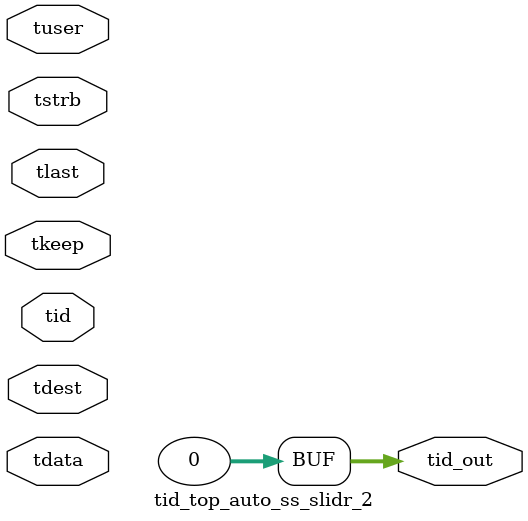
<source format=v>


`timescale 1ps/1ps

module tid_top_auto_ss_slidr_2 #
(
parameter C_S_AXIS_TID_WIDTH   = 1,
parameter C_S_AXIS_TUSER_WIDTH = 0,
parameter C_S_AXIS_TDATA_WIDTH = 0,
parameter C_S_AXIS_TDEST_WIDTH = 0,
parameter C_M_AXIS_TID_WIDTH   = 32
)
(
input  [(C_S_AXIS_TID_WIDTH   == 0 ? 1 : C_S_AXIS_TID_WIDTH)-1:0       ] tid,
input  [(C_S_AXIS_TDATA_WIDTH == 0 ? 1 : C_S_AXIS_TDATA_WIDTH)-1:0     ] tdata,
input  [(C_S_AXIS_TUSER_WIDTH == 0 ? 1 : C_S_AXIS_TUSER_WIDTH)-1:0     ] tuser,
input  [(C_S_AXIS_TDEST_WIDTH == 0 ? 1 : C_S_AXIS_TDEST_WIDTH)-1:0     ] tdest,
input  [(C_S_AXIS_TDATA_WIDTH/8)-1:0 ] tkeep,
input  [(C_S_AXIS_TDATA_WIDTH/8)-1:0 ] tstrb,
input                                                                    tlast,
output [(C_M_AXIS_TID_WIDTH   == 0 ? 1 : C_M_AXIS_TID_WIDTH)-1:0       ] tid_out
);

assign tid_out = {1'b0};

endmodule


</source>
